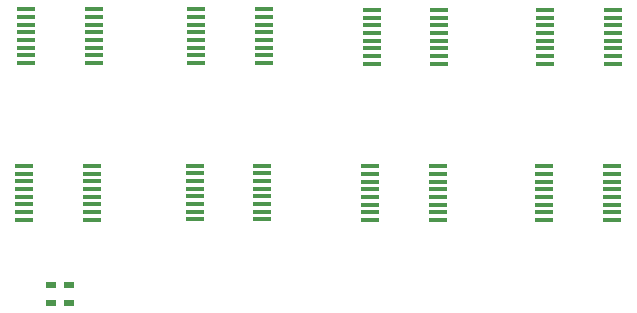
<source format=gbp>
%TF.GenerationSoftware,KiCad,Pcbnew,(5.1.9)-1*%
%TF.CreationDate,2021-05-17T19:38:56-07:00*%
%TF.ProjectId,ShiftRegBoard,53686966-7452-4656-9742-6f6172642e6b,rev?*%
%TF.SameCoordinates,Original*%
%TF.FileFunction,Paste,Bot*%
%TF.FilePolarity,Positive*%
%FSLAX46Y46*%
G04 Gerber Fmt 4.6, Leading zero omitted, Abs format (unit mm)*
G04 Created by KiCad (PCBNEW (5.1.9)-1) date 2021-05-17 19:38:56*
%MOMM*%
%LPD*%
G01*
G04 APERTURE LIST*
%ADD10R,1.570000X0.410000*%
%ADD11R,0.900000X0.500000*%
G04 APERTURE END LIST*
D10*
%TO.C,U7*%
X127202800Y-41071800D03*
X127202800Y-40421800D03*
X127202800Y-39771800D03*
X127202800Y-39121800D03*
X127202800Y-38471800D03*
X127202800Y-37821800D03*
X127202800Y-37171800D03*
X127202800Y-36521800D03*
X121462800Y-36521800D03*
X121462800Y-37171800D03*
X121462800Y-37821800D03*
X121462800Y-38471800D03*
X121462800Y-39121800D03*
X121462800Y-39771800D03*
X121462800Y-40421800D03*
X121462800Y-41071800D03*
%TD*%
%TO.C,U1*%
X83248100Y-41022700D03*
X83248100Y-40372700D03*
X83248100Y-39722700D03*
X83248100Y-39072700D03*
X83248100Y-38422700D03*
X83248100Y-37772700D03*
X83248100Y-37122700D03*
X83248100Y-36472700D03*
X77508100Y-36472700D03*
X77508100Y-37122700D03*
X77508100Y-37772700D03*
X77508100Y-38422700D03*
X77508100Y-39072700D03*
X77508100Y-39722700D03*
X77508100Y-40372700D03*
X77508100Y-41022700D03*
%TD*%
%TO.C,U2*%
X83133800Y-54281500D03*
X83133800Y-53631500D03*
X83133800Y-52981500D03*
X83133800Y-52331500D03*
X83133800Y-51681500D03*
X83133800Y-51031500D03*
X83133800Y-50381500D03*
X83133800Y-49731500D03*
X77393800Y-49731500D03*
X77393800Y-50381500D03*
X77393800Y-51031500D03*
X77393800Y-51681500D03*
X77393800Y-52331500D03*
X77393800Y-52981500D03*
X77393800Y-53631500D03*
X77393800Y-54281500D03*
%TD*%
%TO.C,U3*%
X97637200Y-41021000D03*
X97637200Y-40371000D03*
X97637200Y-39721000D03*
X97637200Y-39071000D03*
X97637200Y-38421000D03*
X97637200Y-37771000D03*
X97637200Y-37121000D03*
X97637200Y-36471000D03*
X91897200Y-36471000D03*
X91897200Y-37121000D03*
X91897200Y-37771000D03*
X91897200Y-38421000D03*
X91897200Y-39071000D03*
X91897200Y-39721000D03*
X91897200Y-40371000D03*
X91897200Y-41021000D03*
%TD*%
%TO.C,U4*%
X97535600Y-54267100D03*
X97535600Y-53617100D03*
X97535600Y-52967100D03*
X97535600Y-52317100D03*
X97535600Y-51667100D03*
X97535600Y-51017100D03*
X97535600Y-50367100D03*
X97535600Y-49717100D03*
X91795600Y-49717100D03*
X91795600Y-50367100D03*
X91795600Y-51017100D03*
X91795600Y-51667100D03*
X91795600Y-52317100D03*
X91795600Y-52967100D03*
X91795600Y-53617100D03*
X91795600Y-54267100D03*
%TD*%
%TO.C,U5*%
X112521600Y-41071800D03*
X112521600Y-40421800D03*
X112521600Y-39771800D03*
X112521600Y-39121800D03*
X112521600Y-38471800D03*
X112521600Y-37821800D03*
X112521600Y-37171800D03*
X112521600Y-36521800D03*
X106781600Y-36521800D03*
X106781600Y-37171800D03*
X106781600Y-37821800D03*
X106781600Y-38471800D03*
X106781600Y-39121800D03*
X106781600Y-39771800D03*
X106781600Y-40421800D03*
X106781600Y-41071800D03*
%TD*%
%TO.C,U6*%
X112407300Y-54317900D03*
X112407300Y-53667900D03*
X112407300Y-53017900D03*
X112407300Y-52367900D03*
X112407300Y-51717900D03*
X112407300Y-51067900D03*
X112407300Y-50417900D03*
X112407300Y-49767900D03*
X106667300Y-49767900D03*
X106667300Y-50417900D03*
X106667300Y-51067900D03*
X106667300Y-51717900D03*
X106667300Y-52367900D03*
X106667300Y-53017900D03*
X106667300Y-53667900D03*
X106667300Y-54317900D03*
%TD*%
%TO.C,U8*%
X127113900Y-54317900D03*
X127113900Y-53667900D03*
X127113900Y-53017900D03*
X127113900Y-52367900D03*
X127113900Y-51717900D03*
X127113900Y-51067900D03*
X127113900Y-50417900D03*
X127113900Y-49767900D03*
X121373900Y-49767900D03*
X121373900Y-50417900D03*
X121373900Y-51067900D03*
X121373900Y-51717900D03*
X121373900Y-52367900D03*
X121373900Y-53017900D03*
X121373900Y-53667900D03*
X121373900Y-54317900D03*
%TD*%
D11*
%TO.C,JP1*%
X79679800Y-61304300D03*
X79679800Y-59804300D03*
%TD*%
%TO.C,JP2*%
X81191100Y-59804300D03*
X81191100Y-61304300D03*
%TD*%
M02*

</source>
